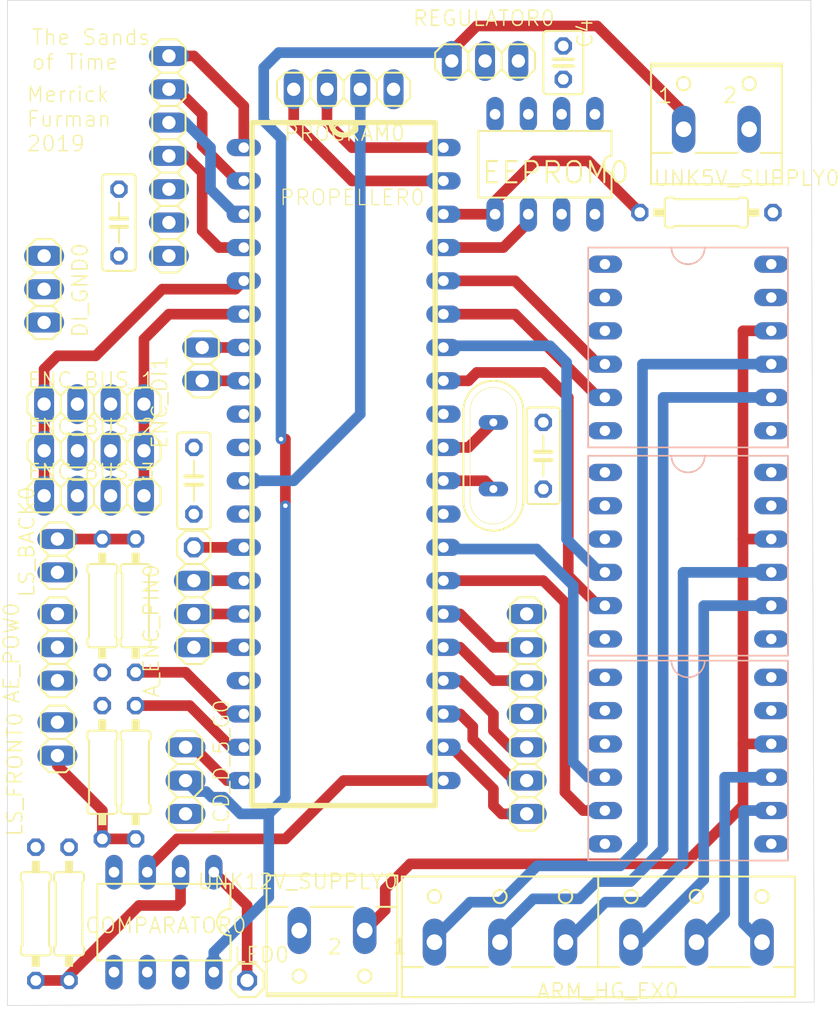
<source format=kicad_pcb>
(kicad_pcb (version 20221018) (generator pcbnew)
  (layers (0 "F.Cu" signal) (31 "B.Cu" signal) (34 "B.Paste" user) (35 "F.Paste" user) (36 "B.SilkS" user "B.Silkscreen") (37 "F.SilkS" user "F.Silkscreen") (38 "B.Mask" user) (39 "F.Mask" user) (44 "Edge.Cuts" user))
  (net 0 "")
  (net 1 "RTC_CS")
  (net 2 "RTC_SI")
  (net 3 "RTC_SO")
  (net 4 "RTC_CLK")
  (net 5 "GND")
  (net 6 "+3V3")
  (net 7 "ENC_CS")
  (net 8 "ENC_CLK")
  (net 9 "N$5")
  (net 10 "N$6")
  (net 11 "N$7")
  (net 12 "+5V")
  (net 13 "N$11")
  (net 14 "N$9")
  (net 15 "N$10")
  (net 16 "N$12")
  (net 17 "N$13")
  (net 18 "N$14")
  (net 19 "N$15")
  (net 20 "N$16")
  (net 21 "N$18")
  (net 22 "N$2")
  (net 23 "N$3")
  (net 24 "N$4")
  (net 25 "N$17")
  (net 26 "N$22")
  (net 27 "N$23")
  (net 28 "N$24")
  (net 29 "N$25")
  (net 30 "+12V")
  (net 31 "N$27")
  (net 32 "N$28")
  (net 33 "N$26")
  (net 34 "N$29")
  (net 35 "N$30")
  (net 36 "N$31")
  (net 37 "N$33")
  (net 38 "N$34")
  (net 39 "N$32")
  (net 40 "N$20")
  (net 41 "N$19")
  (net 42 "N$21")
  (net 43 "N$1")
  (net 44 "N$8")
  (net 45 "N$35")
  (net 46 "N$36")
  (net 47 "N$37")
  (net 48 "N$38")
  (footprint "1X02" (layer "F.Cu") (at 132.5726 94.4246 -90)
    (fp_text reference "ENC_DI1" (at -0.7112 3.2512 90) (layer "F.SilkS") (effects (font (size 1.1557 1.1557) (thickness 0.1143)) (justify right)))
    (fp_text value "")
    (pad "1" thru_hole oval (at -1.27 0) (size 3.048 1.524) (drill 1.016) (layers "*.Cu" "*.Mask") (net 43 "N$1"))
    (pad "2" thru_hole oval (at 1.27 0) (size 3.048 1.524) (drill 1.016) (layers "*.Cu" "*.Mask") (net 44 "N$8"))
  )
  (footprint "1X04" (layer "F.Cu") (at 124.3176 101.0286)
    (fp_text reference "ENC_BUS_2" (at -5.1562 -1.8288) (layer "F.SilkS") (effects (font (size 1.1557 1.1557) (thickness 0.1143)) (justify left)))
    (fp_text value "")
    (pad "1" thru_hole oval (at -3.81 0 90) (size 3.048 1.524) (drill 1.016) (layers "*.Cu" "*.Mask") (net 7 "ENC_CS"))
    (pad "2" thru_hole oval (at -1.27 0 90) (size 3.048 1.524) (drill 1.016) (layers "*.Cu" "*.Mask") (net 6 "+3V3"))
    (pad "3" thru_hole oval (at 1.27 0 90) (size 3.048 1.524) (drill 1.016) (layers "*.Cu" "*.Mask") (net 5 "GND"))
    (pad "4" thru_hole oval (at 3.81 0 90) (size 3.048 1.524) (drill 1.016) (layers "*.Cu" "*.Mask") (net 8 "ENC_CLK"))
  )
  (footprint "C050-025X075" (layer "F.Cu") (at 158.6076 101.4096 -90)
    (fp_text reference "C2" hide)
    (fp_text value "")
    (pad "1" thru_hole roundrect (at -2.54 0 270) (size 1.3208 1.3208) (drill 0.8128) (layers "*.Cu" "*.Mask") (chamfer_ratio 0.2928932188) (chamfer top_left top_right bottom_left bottom_right) (net 6 "+3V3"))
    (pad "2" thru_hole roundrect (at 2.54 0 270) (size 1.3208 1.3208) (drill 0.8128) (layers "*.Cu" "*.Mask") (chamfer_ratio 0.2928932188) (chamfer top_left top_right bottom_left bottom_right) (net 5 "GND"))
  )
  (footprint "C050-025X075" (layer "F.Cu") (at 126.2226 83.6296 -90)
    (fp_text reference "C1" hide)
    (fp_text value "0.1uF")
    (pad "1" thru_hole roundrect (at -2.54 0 270) (size 1.3208 1.3208) (drill 0.8128) (layers "*.Cu" "*.Mask") (chamfer_ratio 0.2928932188) (chamfer top_left top_right bottom_left bottom_right) (net 6 "+3V3"))
    (pad "2" thru_hole roundrect (at 2.54 0 270) (size 1.3208 1.3208) (drill 0.8128) (layers "*.Cu" "*.Mask") (chamfer_ratio 0.2928932188) (chamfer top_left top_right bottom_left bottom_right) (net 5 "GND"))
  )
  (footprint "0207_10" (layer "F.Cu") (at 124.9526 125.5396 -90)
    (fp_text reference "R3" hide)
    (fp_text value "10k")
    (pad "1" thru_hole roundrect (at -5.08 0 270) (size 1.3208 1.3208) (drill 0.8128) (layers "*.Cu" "*.Mask") (chamfer_ratio 0.2928932188) (chamfer top_left top_right bottom_left bottom_right) (net 5 "GND"))
    (pad "2" thru_hole roundrect (at 5.08 0 270) (size 1.3208 1.3208) (drill 0.8128) (layers "*.Cu" "*.Mask") (chamfer_ratio 0.2928932188) (chamfer top_left top_right bottom_left bottom_right) (net 31 "N$27"))
  )
  (footprint "0207_10" (layer "F.Cu") (at 124.9526 112.8396 90)
    (fp_text reference "R5" hide)
    (fp_text value "10k")
    (pad "1" thru_hole roundrect (at -5.08 0 90) (size 1.3208 1.3208) (drill 0.8128) (layers "*.Cu" "*.Mask") (chamfer_ratio 0.2928932188) (chamfer top_left top_right bottom_left bottom_right) (net 5 "GND"))
    (pad "2" thru_hole roundrect (at 5.08 0 90) (size 1.3208 1.3208) (drill 0.8128) (layers "*.Cu" "*.Mask") (chamfer_ratio 0.2928932188) (chamfer top_left top_right bottom_left bottom_right) (net 18 "N$14"))
  )
  (footprint "0207_10" (layer "F.Cu") (at 127.4926 125.5396 -90)
    (fp_text reference "R4" hide)
    (fp_text value "470")
    (pad "1" thru_hole roundrect (at -5.08 0 270) (size 1.3208 1.3208) (drill 0.8128) (layers "*.Cu" "*.Mask") (chamfer_ratio 0.2928932188) (chamfer top_left top_right bottom_left bottom_right) (net 17 "N$13"))
    (pad "2" thru_hole roundrect (at 5.08 0 270) (size 1.3208 1.3208) (drill 0.8128) (layers "*.Cu" "*.Mask") (chamfer_ratio 0.2928932188) (chamfer top_left top_right bottom_left bottom_right) (net 31 "N$27"))
  )
  (footprint "1X01" (layer "F.Cu") (at 136.0016 141.4146)
    (fp_text reference "LED0" (at -1.0922 -1.9558) (layer "F.SilkS") (effects (font (size 1.1557 1.1557) (thickness 0.1143)) (justify left)))
    (fp_text value "")
    (pad "1" thru_hole roundrect (at 0 0) (size 1.524 1.524) (drill 1.016) (layers "*.Cu" "*.Mask") (chamfer_ratio 0.2928932188) (chamfer top_left top_right bottom_left bottom_right) (net 14 "N$9"))
  )
  (footprint "0207_10" (layer "F.Cu") (at 127.4926 112.8396 90)
    (fp_text reference "R6" hide)
    (fp_text value "470")
    (pad "1" thru_hole roundrect (at -5.08 0 90) (size 1.3208 1.3208) (drill 0.8128) (layers "*.Cu" "*.Mask") (chamfer_ratio 0.2928932188) (chamfer top_left top_right bottom_left bottom_right) (net 19 "N$15"))
    (pad "2" thru_hole roundrect (at 5.08 0 90) (size 1.3208 1.3208) (drill 0.8128) (layers "*.Cu" "*.Mask") (chamfer_ratio 0.2928932188) (chamfer top_left top_right bottom_left bottom_right) (net 18 "N$14"))
  )
  (footprint "QS" (layer "F.Cu") (at 154.7976 101.4096 90)
    (fp_text reference "Q1" hide)
    (fp_text value "")
    (pad "1" thru_hole oval (at -2.54 0 180) (size 2.2352 1.1176) (drill 0.6096) (layers "*.Cu" "*.Mask") (net 16 "N$12"))
    (pad "2" thru_hole oval (at 2.54 0 180) (size 2.2352 1.1176) (drill 0.6096) (layers "*.Cu" "*.Mask") (net 15 "N$10"))
  )
  (footprint "C025-030X050" (layer "F.Cu") (at 160.1316 71.4376 -90)
    (fp_text reference "C4" (at -3.429 -1.651 90) (layer "F.SilkS") (effects (font (size 1.1557 1.1557) (thickness 0.1143)) (justify right)))
    (fp_text value "0.1uF")
    (pad "1" thru_hole roundrect (at -1.27 0 270) (size 1.3208 1.3208) (drill 0.8128) (layers "*.Cu" "*.Mask") (chamfer_ratio 0.2928932188) (chamfer top_left top_right bottom_left bottom_right) (net 6 "+3V3"))
    (pad "2" thru_hole roundrect (at 1.27 0 270) (size 1.3208 1.3208) (drill 0.8128) (layers "*.Cu" "*.Mask") (chamfer_ratio 0.2928932188) (chamfer top_left top_right bottom_left bottom_right) (net 5 "GND"))
  )
  (footprint "1X04" (layer "F.Cu") (at 143.3676 73.4696 180)
    (fp_text reference "PROGRAM0" (at -4.7752 -3.3528) (layer "F.SilkS") (effects (font (size 1.1557 1.1557) (thickness 0.1143)) (justify right)))
    (fp_text value "")
    (pad "1" thru_hole oval (at -3.81 0 270) (size 3.048 1.524) (drill 1.016) (layers "*.Cu" "*.Mask") (net 5 "GND"))
    (pad "2" thru_hole oval (at -1.27 0 270) (size 3.048 1.524) (drill 1.016) (layers "*.Cu" "*.Mask") (net 33 "N$26"))
    (pad "3" thru_hole oval (at 1.27 0 270) (size 3.048 1.524) (drill 1.016) (layers "*.Cu" "*.Mask") (net 41 "N$19"))
    (pad "4" thru_hole oval (at 3.81 0 270) (size 3.048 1.524) (drill 1.016) (layers "*.Cu" "*.Mask") (net 21 "N$18"))
  )
  (footprint "W237-102" (layer "F.Cu") (at 171.8156 75.2476)
    (fp_text reference "UNK5V_SUPPLY0" (at -4.8622 5.0038) (layer "F.SilkS") (effects (font (size 1.1557 1.1557) (thickness 0.1143)) (justify left)))
    (fp_text value "")
    (fp_text user "2" (at 0.421 -0.635) (layer "F.SilkS") (effects (font (size 1.143 1.143) (thickness 0.127)) (justify left bottom)))
    (fp_text user "1" (at -4.532 -0.635) (layer "F.SilkS") (effects (font (size 1.143 1.143) (thickness 0.127)) (justify left bottom)))
    (pad "1" thru_hole oval (at -2.5 1.27 90) (size 3.5814 1.7907) (drill 1.1938) (layers "*.Cu" "*.Mask") (net 12 "+5V"))
    (pad "2" thru_hole oval (at 2.5 1.27 90) (size 3.5814 1.7907) (drill 1.1938) (layers "*.Cu" "*.Mask") (net 5 "GND"))
  )
  (footprint "1X04" (layer "F.Cu") (at 124.3176 97.4726)
    (fp_text reference "ENC_BUS_1" (at -5.1562 -1.8288) (layer "F.SilkS") (effects (font (size 1.1557 1.1557) (thickness 0.1143)) (justify left)))
    (fp_text value "")
    (pad "1" thru_hole oval (at -3.81 0 90) (size 3.048 1.524) (drill 1.016) (layers "*.Cu" "*.Mask") (net 7 "ENC_CS"))
    (pad "2" thru_hole oval (at -1.27 0 90) (size 3.048 1.524) (drill 1.016) (layers "*.Cu" "*.Mask") (net 6 "+3V3"))
    (pad "3" thru_hole oval (at 1.27 0 90) (size 3.048 1.524) (drill 1.016) (layers "*.Cu" "*.Mask") (net 5 "GND"))
    (pad "4" thru_hole oval (at 3.81 0 90) (size 3.048 1.524) (drill 1.016) (layers "*.Cu" "*.Mask") (net 8 "ENC_CLK"))
  )
  (footprint "P8X32A-D40" (layer "F.Cu") (at 143.3676 101.4096)
    (fp_text reference "PROPELLER0" (at -4.953 -19.685) (layer "F.SilkS") (effects (font (size 1.176528 1.176528) (thickness 0.093472)) (justify left)))
    (fp_text value "P8X32A-D40" hide)
    (pad "1" thru_hole oval (at -7.62 -23.495) (size 2.616 1.308) (drill 0.8) (layers "*.Cu" "*.Mask") (net 1 "RTC_CS"))
    (pad "2" thru_hole oval (at -7.62 -20.955) (size 2.616 1.308) (drill 0.8) (layers "*.Cu" "*.Mask") (net 2 "RTC_SI"))
    (pad "3" thru_hole oval (at -7.62 -18.415) (size 2.616 1.308) (drill 0.8) (layers "*.Cu" "*.Mask") (net 3 "RTC_SO"))
    (pad "4" thru_hole oval (at -7.62 -15.875) (size 2.616 1.308) (drill 0.8) (layers "*.Cu" "*.Mask") (net 4 "RTC_CLK"))
    (pad "5" thru_hole oval (at -7.62 -13.335) (size 2.616 1.308) (drill 0.8) (layers "*.Cu" "*.Mask") (net 7 "ENC_CS"))
    (pad "6" thru_hole oval (at -7.62 -10.795) (size 2.616 1.308) (drill 0.8) (layers "*.Cu" "*.Mask") (net 8 "ENC_CLK"))
    (pad "7" thru_hole oval (at -7.62 -8.255) (size 2.616 1.308) (drill 0.8) (layers "*.Cu" "*.Mask") (net 43 "N$1"))
    (pad "8" thru_hole oval (at -7.62 -5.715) (size 2.616 1.308) (drill 0.8) (layers "*.Cu" "*.Mask") (net 44 "N$8"))
    (pad "9" thru_hole oval (at -7.62 -3.175) (size 2.616 1.308) (drill 0.8) (layers "*.Cu" "*.Mask") (net 5 "GND"))
    (pad "10" thru_hole oval (at -7.62 -0.635) (size 2.616 1.308) (drill 0.8) (layers "*.Cu" "*.Mask") (net 5 "GND"))
    (pad "11" thru_hole oval (at -7.62 1.905) (size 2.616 1.308) (drill 0.8) (layers "*.Cu" "*.Mask") (net 33 "N$26"))
    (pad "12" thru_hole oval (at -7.62 4.445) (size 2.616 1.308) (drill 0.8) (layers "*.Cu" "*.Mask") (net 6 "+3V3"))
    (pad "13" thru_hole oval (at -7.62 6.985) (size 2.616 1.308) (drill 0.8) (layers "*.Cu" "*.Mask") (net 45 "N$35"))
    (pad "14" thru_hole oval (at -7.62 9.525) (size 2.616 1.308) (drill 0.8) (layers "*.Cu" "*.Mask") (net 46 "N$36"))
    (pad "15" thru_hole oval (at -7.62 12.065) (size 2.616 1.308) (drill 0.8) (layers "*.Cu" "*.Mask") (net 47 "N$37"))
    (pad "16" thru_hole oval (at -7.62 14.605) (size 2.616 1.308) (drill 0.8) (layers "*.Cu" "*.Mask") (net 48 "N$38"))
    (pad "17" thru_hole oval (at -7.62 17.145) (size 2.616 1.308) (drill 0.8) (layers "*.Cu" "*.Mask"))
    (pad "18" thru_hole oval (at -7.62 19.685) (size 2.616 1.308) (drill 0.8) (layers "*.Cu" "*.Mask") (net 19 "N$15"))
    (pad "19" thru_hole oval (at -7.62 22.225) (size 2.616 1.308) (drill 0.8) (layers "*.Cu" "*.Mask") (net 17 "N$13"))
    (pad "20" thru_hole oval (at -7.62 24.765) (size 2.616 1.308) (drill 0.8) (layers "*.Cu" "*.Mask") (net 11 "N$7"))
    (pad "21" thru_hole oval (at 7.62 24.765) (size 2.616 1.308) (drill 0.8) (layers "*.Cu" "*.Mask") (net 42 "N$21"))
    (pad "22" thru_hole oval (at 7.62 22.225) (size 2.616 1.308) (drill 0.8) (layers "*.Cu" "*.Mask") (net 24 "N$4"))
    (pad "23" thru_hole oval (at 7.62 19.685) (size 2.616 1.308) (drill 0.8) (layers "*.Cu" "*.Mask") (net 23 "N$3"))
    (pad "24" thru_hole oval (at 7.62 17.145) (size 2.616 1.308) (drill 0.8) (layers "*.Cu" "*.Mask") (net 22 "N$2"))
    (pad "25" thru_hole oval (at 7.62 14.605) (size 2.616 1.308) (drill 0.8) (layers "*.Cu" "*.Mask") (net 9 "N$5"))
    (pad "26" thru_hole oval (at 7.62 12.065) (size 2.616 1.308) (drill 0.8) (layers "*.Cu" "*.Mask") (net 10 "N$6"))
    (pad "27" thru_hole oval (at 7.62 9.525) (size 2.616 1.308) (drill 0.8) (layers "*.Cu" "*.Mask") (net 25 "N$17"))
    (pad "28" thru_hole oval (at 7.62 6.985) (size 2.616 1.308) (drill 0.8) (layers "*.Cu" "*.Mask") (net 26 "N$22"))
    (pad "29" thru_hole oval (at 7.62 4.445) (size 2.616 1.308) (drill 0.8) (layers "*.Cu" "*.Mask") (net 5 "GND"))
    (pad "30" thru_hole oval (at 7.62 1.905) (size 2.616 1.308) (drill 0.8) (layers "*.Cu" "*.Mask") (net 16 "N$12"))
    (pad "31" thru_hole oval (at 7.62 -0.635) (size 2.616 1.308) (drill 0.8) (layers "*.Cu" "*.Mask") (net 15 "N$10"))
    (pad "32" thru_hole oval (at 7.62 -3.175) (size 2.616 1.308) (drill 0.8) (layers "*.Cu" "*.Mask") (net 6 "+3V3"))
    (pad "33" thru_hole oval (at 7.62 -5.715) (size 2.616 1.308) (drill 0.8) (layers "*.Cu" "*.Mask") (net 27 "N$23"))
    (pad "34" thru_hole oval (at 7.62 -8.255) (size 2.616 1.308) (drill 0.8) (layers "*.Cu" "*.Mask") (net 28 "N$24"))
    (pad "35" thru_hole oval (at 7.62 -10.795) (size 2.616 1.308) (drill 0.8) (layers "*.Cu" "*.Mask") (net 29 "N$25"))
    (pad "36" thru_hole oval (at 7.62 -13.335) (size 2.616 1.308) (drill 0.8) (layers "*.Cu" "*.Mask") (net 32 "N$28"))
    (pad "37" thru_hole oval (at 7.62 -15.875) (size 2.616 1.308) (drill 0.8) (layers "*.Cu" "*.Mask") (net 20 "N$16"))
    (pad "38" thru_hole oval (at 7.62 -18.415) (size 2.616 1.308) (drill 0.8) (layers "*.Cu" "*.Mask") (net 40 "N$20"))
    (pad "39" thru_hole oval (at 7.62 -20.955) (size 2.616 1.308) (drill 0.8) (layers "*.Cu" "*.Mask") (net 21 "N$18"))
    (pad "40" thru_hole oval (at 7.62 -23.495) (size 2.616 1.308) (drill 0.8) (layers "*.Cu" "*.Mask") (net 41 "N$19"))
  )
  (footprint "C050-025X075" (layer "F.Cu") (at 131.9376 103.3146 90)
    (fp_text reference "C3" hide)
    (fp_text value "")
    (pad "1" thru_hole roundrect (at -2.54 0 90) (size 1.3208 1.3208) (drill 0.8128) (layers "*.Cu" "*.Mask") (chamfer_ratio 0.2928932188) (chamfer top_left top_right bottom_left bottom_right) (net 6 "+3V3"))
    (pad "2" thru_hole roundrect (at 2.54 0 90) (size 1.3208 1.3208) (drill 0.8128) (layers "*.Cu" "*.Mask") (chamfer_ratio 0.2928932188) (chamfer top_left top_right bottom_left bottom_right) (net 5 "GND"))
  )
  (footprint "DIL8" (layer "F.Cu") (at 158.7346 79.1846 180)
    (fp_text reference "EEPROM0" (at 4.9022 -0.635) (layer "F.SilkS") (effects (font (size 1.61798 1.61798) (thickness 0.16002)) (justify left)))
    (fp_text value "24LC256P" hide)
    (pad "1" thru_hole oval (at -3.81 3.81 270) (size 2.6416 1.3208) (drill 0.8128) (layers "*.Cu" "*.Mask") (net 5 "GND"))
    (pad "2" thru_hole oval (at -1.27 3.81 270) (size 2.6416 1.3208) (drill 0.8128) (layers "*.Cu" "*.Mask") (net 5 "GND"))
    (pad "3" thru_hole oval (at 1.27 3.81 270) (size 2.6416 1.3208) (drill 0.8128) (layers "*.Cu" "*.Mask") (net 5 "GND"))
    (pad "4" thru_hole oval (at 3.81 3.81 270) (size 2.6416 1.3208) (drill 0.8128) (layers "*.Cu" "*.Mask") (net 5 "GND"))
    (pad "5" thru_hole oval (at 3.81 -3.81 270) (size 2.6416 1.3208) (drill 0.8128) (layers "*.Cu" "*.Mask") (net 40 "N$20"))
    (pad "6" thru_hole oval (at 1.27 -3.81 270) (size 2.6416 1.3208) (drill 0.8128) (layers "*.Cu" "*.Mask") (net 20 "N$16"))
    (pad "7" thru_hole oval (at -1.27 -3.81 270) (size 2.6416 1.3208) (drill 0.8128) (layers "*.Cu" "*.Mask") (net 5 "GND"))
    (pad "8" thru_hole oval (at -3.81 -3.81 270) (size 2.6416 1.3208) (drill 0.8128) (layers "*.Cu" "*.Mask") (net 6 "+3V3"))
  )
  (footprint "1X07" (layer "F.Cu") (at 157.3376 121.0946 -90)
    (fp_text reference "JS0" hide)
    (fp_text value "")
    (pad "1" thru_hole oval (at -7.62 0) (size 3.048 1.524) (drill 1.016) (layers "*.Cu" "*.Mask") (net 6 "+3V3"))
    (pad "2" thru_hole oval (at -5.08 0) (size 3.048 1.524) (drill 1.016) (layers "*.Cu" "*.Mask") (net 10 "N$6"))
    (pad "3" thru_hole oval (at -2.54 0) (size 3.048 1.524) (drill 1.016) (layers "*.Cu" "*.Mask") (net 9 "N$5"))
    (pad "4" thru_hole oval (at 0 0) (size 3.048 1.524) (drill 1.016) (layers "*.Cu" "*.Mask") (net 5 "GND"))
    (pad "5" thru_hole oval (at 2.54 0) (size 3.048 1.524) (drill 1.016) (layers "*.Cu" "*.Mask") (net 22 "N$2"))
    (pad "6" thru_hole oval (at 5.08 0) (size 3.048 1.524) (drill 1.016) (layers "*.Cu" "*.Mask") (net 23 "N$3"))
    (pad "7" thru_hole oval (at 7.62 0) (size 3.048 1.524) (drill 1.016) (layers "*.Cu" "*.Mask") (net 24 "N$4"))
  )
  (footprint "1X03" (layer "F.Cu") (at 131.3026 126.1746 90)
    (fp_text reference "LCD_D_5_G0" (at -4.2672 2.7432 90) (layer "F.SilkS") (effects (font (size 1.1557 1.1557) (thickness 0.1143)) (justify left)))
    (fp_text value "")
    (pad "1" thru_hole oval (at -2.54 0 180) (size 3.048 1.524) (drill 1.016) (layers "*.Cu" "*.Mask") (net 5 "GND"))
    (pad "2" thru_hole oval (at 0 0 180) (size 3.048 1.524) (drill 1.016) (layers "*.Cu" "*.Mask") (net 12 "+5V"))
    (pad "3" thru_hole oval (at 2.54 0 180) (size 3.048 1.524) (drill 1.016) (layers "*.Cu" "*.Mask") (net 11 "N$7"))
  )
  (footprint "1X03" (layer "F.Cu") (at 131.9376 113.4746 -90)
    (fp_text reference "A_ENC_PIN0" (at -3.8862 3.2512 90) (layer "F.SilkS") (effects (font (size 1.1557 1.1557) (thickness 0.1143)) (justify right)))
    (fp_text value "")
    (pad "1" thru_hole oval (at -2.54 0) (size 3.048 1.524) (drill 1.016) (layers "*.Cu" "*.Mask") (net 46 "N$36"))
    (pad "2" thru_hole oval (at 0 0) (size 3.048 1.524) (drill 1.016) (layers "*.Cu" "*.Mask") (net 47 "N$37"))
    (pad "3" thru_hole oval (at 2.54 0) (size 3.048 1.524) (drill 1.016) (layers "*.Cu" "*.Mask") (net 48 "N$38"))
  )
  (footprint "1X02" (layer "F.Cu") (at 121.5236 109.0296 90)
    (fp_text reference "LS_BACK0" (at -3.2512 -2.3368 90) (layer "F.SilkS") (effects (font (size 1.1557 1.1557) (thickness 0.1143)) (justify left)))
    (fp_text value "")
    (pad "1" thru_hole oval (at -1.27 0 180) (size 3.048 1.524) (drill 1.016) (layers "*.Cu" "*.Mask") (net 6 "+3V3"))
    (pad "2" thru_hole oval (at 1.27 0 180) (size 3.048 1.524) (drill 1.016) (layers "*.Cu" "*.Mask") (net 18 "N$14"))
  )
  (footprint "1X01" (layer "F.Cu") (at 131.9376 108.3946)
    (fp_text reference "JP3" hide)
    (fp_text value "")
    (pad "1" thru_hole roundrect (at 0 0) (size 1.524 1.524) (drill 1.016) (layers "*.Cu" "*.Mask") (chamfer_ratio 0.2928932188) (chamfer top_left top_right bottom_left bottom_right) (net 45 "N$35"))
  )
  (footprint "0207_10" (layer "F.Cu") (at 122.4126 136.3346 90)
    (fp_text reference "R1" hide)
    (fp_text value "300")
    (pad "1" thru_hole roundrect (at -5.08 0 90) (size 1.3208 1.3208) (drill 0.8128) (layers "*.Cu" "*.Mask") (chamfer_ratio 0.2928932188) (chamfer top_left top_right bottom_left bottom_right) (net 13 "N$11"))
    (pad "2" thru_hole roundrect (at 5.08 0 90) (size 1.3208 1.3208) (drill 0.8128) (layers "*.Cu" "*.Mask") (chamfer_ratio 0.2928932188) (chamfer top_left top_right bottom_left bottom_right) (net 6 "+3V3"))
  )
  (footprint "1X03" (layer "F.Cu") (at 121.5236 116.0146 -90)
    (fp_text reference "AE_POW0" (at -3.5052 3.5052 90) (layer "F.SilkS") (effects (font (size 1.1557 1.1557) (thickness 0.1143)) (justify right)))
    (fp_text value "")
    (pad "1" thru_hole oval (at -2.54 0) (size 3.048 1.524) (drill 1.016) (layers "*.Cu" "*.Mask") (net 6 "+3V3"))
    (pad "2" thru_hole oval (at 0 0) (size 3.048 1.524) (drill 1.016) (layers "*.Cu" "*.Mask") (net 5 "GND"))
    (pad "3" thru_hole oval (at 2.54 0) (size 3.048 1.524) (drill 1.016) (layers "*.Cu" "*.Mask") (net 5 "GND"))
  )
  (footprint "1X07" (layer "F.Cu") (at 130.0326 78.5496 -90)
    (fp_text reference "JP1" hide)
    (fp_text value "")
    (pad "1" thru_hole oval (at -7.62 0) (size 3.048 1.524) (drill 1.016) (layers "*.Cu" "*.Mask") (net 1 "RTC_CS"))
    (pad "2" thru_hole oval (at -5.08 0) (size 3.048 1.524) (drill 1.016) (layers "*.Cu" "*.Mask") (net 2 "RTC_SI"))
    (pad "3" thru_hole oval (at -2.54 0) (size 3.048 1.524) (drill 1.016) (layers "*.Cu" "*.Mask") (net 3 "RTC_SO"))
    (pad "4" thru_hole oval (at 0 0) (size 3.048 1.524) (drill 1.016) (layers "*.Cu" "*.Mask") (net 4 "RTC_CLK"))
    (pad "5" thru_hole oval (at 2.54 0) (size 3.048 1.524) (drill 1.016) (layers "*.Cu" "*.Mask"))
    (pad "6" thru_hole oval (at 5.08 0) (size 3.048 1.524) (drill 1.016) (layers "*.Cu" "*.Mask") (net 6 "+3V3"))
    (pad "7" thru_hole oval (at 7.62 0) (size 3.048 1.524) (drill 1.016) (layers "*.Cu" "*.Mask") (net 5 "GND"))
  )
  (footprint "1X03" (layer "F.Cu") (at 120.5076 88.7096 90)
    (fp_text reference "DI_GND0" (at -3.7592 2.7432 90) (layer "F.SilkS") (effects (font (size 1.1557 1.1557) (thickness 0.1143)) (justify left)))
    (fp_text value "")
    (pad "1" thru_hole oval (at -2.54 0 180) (size 3.048 1.524) (drill 1.016) (layers "*.Cu" "*.Mask") (net 5 "GND"))
    (pad "2" thru_hole oval (at 0 0 180) (size 3.048 1.524) (drill 1.016) (layers "*.Cu" "*.Mask") (net 5 "GND"))
    (pad "3" thru_hole oval (at 2.54 0 180) (size 3.048 1.524) (drill 1.016) (layers "*.Cu" "*.Mask") (net 5 "GND"))
  )
  (footprint "0207_10" (layer "F.Cu") (at 119.8726 136.3346 -90)
    (fp_text reference "R2" hide)
    (fp_text value "300")
    (pad "1" thru_hole roundrect (at -5.08 0 270) (size 1.3208 1.3208) (drill 0.8128) (layers "*.Cu" "*.Mask") (chamfer_ratio 0.2928932188) (chamfer top_left top_right bottom_left bottom_right) (net 5 "GND"))
    (pad "2" thru_hole roundrect (at 5.08 0 270) (size 1.3208 1.3208) (drill 0.8128) (layers "*.Cu" "*.Mask") (chamfer_ratio 0.2928932188) (chamfer top_left top_right bottom_left bottom_right) (net 13 "N$11"))
  )
  (footprint "W237-6" (layer "F.Cu") (at 162.7986 137.2236)
    (fp_text reference "ARM_HG_EX0" (at -4.753 5.0038) (layer "F.SilkS") (effects (font (size 1.1557 1.1557) (thickness 0.1143)) (justify left)))
    (fp_text value "")
    (pad "1" thru_hole oval (at -12.5 1.27 90) (size 3.5814 1.7907) (drill 1.1938) (layers "*.Cu" "*.Mask") (net 34 "N$29"))
    (pad "2" thru_hole oval (at -7.5 1.27 90) (size 3.5814 1.7907) (drill 1.1938) (layers "*.Cu" "*.Mask") (net 35 "N$30"))
    (pad "3" thru_hole oval (at -2.5 1.27 90) (size 3.5814 1.7907) (drill 1.1938) (layers "*.Cu" "*.Mask") (net 36 "N$31"))
    (pad "4" thru_hole oval (at 2.5 1.27 90) (size 3.5814 1.7907) (drill 1.1938) (layers "*.Cu" "*.Mask") (net 39 "N$32"))
    (pad "5" thru_hole oval (at 7.5 1.27 90) (size 3.5814 1.7907) (drill 1.1938) (layers "*.Cu" "*.Mask") (net 37 "N$33"))
    (pad "6" thru_hole oval (at 12.5 1.27 90) (size 3.5814 1.7907) (drill 1.1938) (layers "*.Cu" "*.Mask") (net 38 "N$34"))
  )
  (footprint "1X04" (layer "F.Cu") (at 124.3176 104.4576)
    (fp_text reference "ENC_BUS_3" (at -5.1562 -1.8288) (layer "F.SilkS") (effects (font (size 1.1557 1.1557) (thickness 0.1143)) (justify left)))
    (fp_text value "")
    (pad "1" thru_hole oval (at -3.81 0 90) (size 3.048 1.524) (drill 1.016) (layers "*.Cu" "*.Mask") (net 7 "ENC_CS"))
    (pad "2" thru_hole oval (at -1.27 0 90) (size 3.048 1.524) (drill 1.016) (layers "*.Cu" "*.Mask") (net 6 "+3V3"))
    (pad "3" thru_hole oval (at 1.27 0 90) (size 3.048 1.524) (drill 1.016) (layers "*.Cu" "*.Mask") (net 5 "GND"))
    (pad "4" thru_hole oval (at 3.81 0 90) (size 3.048 1.524) (drill 1.016) (layers "*.Cu" "*.Mask") (net 8 "ENC_CLK"))
  )
  (footprint "1X02" (layer "F.Cu") (at 121.5236 122.9996 -90)
    (fp_text reference "LS_FRONT0" (at -2.1082 3.2512 90) (layer "F.SilkS") (effects (font (size 1.1557 1.1557) (thickness 0.1143)) (justify right)))
    (fp_text value "")
    (pad "1" thru_hole oval (at -1.27 0) (size 3.048 1.524) (drill 1.016) (layers "*.Cu" "*.Mask") (net 6 "+3V3"))
    (pad "2" thru_hole oval (at 1.27 0) (size 3.048 1.524) (drill 1.016) (layers "*.Cu" "*.Mask") (net 31 "N$27"))
  )
  (footprint "DIL08" (layer "F.Cu") (at 129.6516 136.9696 180)
    (fp_text reference "COMPARATOR0" (at 6.096 -0.254) (layer "F.SilkS") (effects (font (size 1.1557 1.1557) (thickness 0.1143)) (justify left)))
    (fp_text value "MAX907CPA" hide)
    (pad "1" thru_hole oval (at -3.81 3.81 270) (size 2.6416 1.3208) (drill 0.8128) (layers "*.Cu" "*.Mask") (net 14 "N$9"))
    (pad "2" thru_hole oval (at -1.27 3.81 270) (size 2.6416 1.3208) (drill 0.8128) (layers "*.Cu" "*.Mask") (net 13 "N$11"))
    (pad "3" thru_hole oval (at 1.27 3.81 270) (size 2.6416 1.3208) (drill 0.8128) (layers "*.Cu" "*.Mask") (net 42 "N$21"))
    (pad "4" thru_hole oval (at 3.81 3.81 270) (size 2.6416 1.3208) (drill 0.8128) (layers "*.Cu" "*.Mask") (net 5 "GND"))
    (pad "5" thru_hole oval (at 3.81 -3.81 270) (size 2.6416 1.3208) (drill 0.8128) (layers "*.Cu" "*.Mask") (net 5 "GND"))
    (pad "6" thru_hole oval (at 1.27 -3.81 270) (size 2.6416 1.3208) (drill 0.8128) (layers "*.Cu" "*.Mask") (net 5 "GND"))
    (pad "7" thru_hole oval (at -1.27 -3.81 270) (size 2.6416 1.3208) (drill 0.8128) (layers "*.Cu" "*.Mask") (net 5 "GND"))
    (pad "8" thru_hole oval (at -3.81 -3.81 270) (size 2.6416 1.3208) (drill 0.8128) (layers "*.Cu" "*.Mask") (net 12 "+5V"))
  )
  (footprint "W237-102" (layer "F.Cu") (at 142.4786 138.8746 180)
    (fp_text reference "UNK12V_SUPPLY0" (at -5.1162 5.0038) (layer "F.SilkS") (effects (font (size 1.1557 1.1557) (thickness 0.1143)) (justify right)))
    (fp_text value "")
    (fp_text user "1" (at -4.532 -0.635 180) (layer "F.SilkS") (effects (font (size 1.143 1.143) (thickness 0.127)) (justify left bottom)))
    (fp_text user "2" (at 0.421 -0.635 180) (layer "F.SilkS") (effects (font (size 1.143 1.143) (thickness 0.127)) (justify left bottom)))
    (pad "1" thru_hole oval (at -2.5 1.27 270) (size 3.5814 1.7907) (drill 1.1938) (layers "*.Cu" "*.Mask") (net 30 "+12V"))
    (pad "2" thru_hole oval (at 2.5 1.27 270) (size 3.5814 1.7907) (drill 1.1938) (layers "*.Cu" "*.Mask") (net 5 "GND"))
  )
  (footprint "1X03" (layer "F.Cu") (at 154.1626 71.3106 180)
    (fp_text reference "REGULATOR0" (at -5.4102 3.2512) (layer "F.SilkS") (effects (font (size 1.1557 1.1557) (thickness 0.1143)) (justify right)))
    (fp_text value "")
    (pad "1" thru_hole oval (at -2.54 0 270) (size 3.048 1.524) (drill 1.016) (layers "*.Cu" "*.Mask") (net 6 "+3V3"))
    (pad "2" thru_hole oval (at 0 0 270) (size 3.048 1.524) (drill 1.016) (layers "*.Cu" "*.Mask") (net 5 "GND"))
    (pad "3" thru_hole oval (at 2.54 0 270) (size 3.048 1.524) (drill 1.016) (layers "*.Cu" "*.Mask") (net 12 "+5V"))
  )
  (footprint "0207_10" (layer "F.Cu") (at 171.0536 82.8676)
    (fp_text reference "R7" hide)
    (fp_text value "10k")
    (pad "1" thru_hole roundrect (at -5.08 0) (size 1.3208 1.3208) (drill 0.8128) (layers "*.Cu" "*.Mask") (chamfer_ratio 0.2928932188) (chamfer top_left top_right bottom_left bottom_right) (net 40 "N$20"))
    (pad "2" thru_hole roundrect (at 5.08 0) (size 1.3208 1.3208) (drill 0.8128) (layers "*.Cu" "*.Mask") (chamfer_ratio 0.2928932188) (chamfer top_left top_right bottom_left bottom_right) (net 6 "+3V3"))
  )
  (footprint "DRV" (layer "B.Cu") (at 177.2766 100.7746 180)
    (fp_text reference "EXTEND0" hide)
    (fp_text value "DRV" hide)
    (pad "P$1" thru_hole oval (at 1.27 1.27 180) (size 2.616 1.308) (drill 0.8) (layers "*.Cu" "*.Mask") (net 5 "GND"))
    (pad "P$2" thru_hole oval (at 1.27 3.81 180) (size 2.616 1.308) (drill 0.8) (layers "*.Cu" "*.Mask") (net 35 "N$30"))
    (pad "P$3" thru_hole oval (at 1.27 6.35 180) (size 2.616 1.308) (drill 0.8) (layers "*.Cu" "*.Mask") (net 34 "N$29"))
    (pad "P$4" thru_hole oval (at 1.27 8.89 180) (size 2.616 1.308) (drill 0.8) (layers "*.Cu" "*.Mask") (net 30 "+12V"))
    (pad "P$5" thru_hole oval (at 1.27 11.43 180) (size 2.616 1.308) (drill 0.8) (layers "*.Cu" "*.Mask") (net 5 "GND"))
    (pad "P$6" thru_hole oval (at 1.27 13.97 180) (size 2.616 1.308) (drill 0.8) (layers "*.Cu" "*.Mask") (net 5 "GND"))
    (pad "P$7" thru_hole oval (at 13.97 13.97 180) (size 2.616 1.308) (drill 0.8) (layers "*.Cu" "*.Mask") (net 6 "+3V3"))
    (pad "P$8" thru_hole oval (at 13.97 11.43 180) (size 2.616 1.308) (drill 0.8) (layers "*.Cu" "*.Mask") (net 5 "GND"))
    (pad "P$9" thru_hole oval (at 13.97 8.89 180) (size 2.616 1.308) (drill 0.8) (layers "*.Cu" "*.Mask") (net 5 "GND"))
    (pad "P$10" thru_hole oval (at 13.97 6.35 180) (size 2.616 1.308) (drill 0.8) (layers "*.Cu" "*.Mask") (net 32 "N$28"))
    (pad "P$11" thru_hole oval (at 13.97 3.81 180) (size 2.616 1.308) (drill 0.8) (layers "*.Cu" "*.Mask") (net 29 "N$25"))
    (pad "P$12" thru_hole oval (at 13.97 1.27 180) (size 2.616 1.308) (drill 0.8) (layers "*.Cu" "*.Mask") (net 5 "GND"))
  )
  (footprint "DRV" (layer "B.Cu") (at 177.2766 116.6496 180)
    (fp_text reference "HG0" hide)
    (fp_text value "DRV" hide)
    (pad "P$1" thru_hole oval (at 1.27 1.27 180) (size 2.616 1.308) (drill 0.8) (layers "*.Cu" "*.Mask") (net 5 "GND"))
    (pad "P$2" thru_hole oval (at 1.27 3.81 180) (size 2.616 1.308) (drill 0.8) (layers "*.Cu" "*.Mask") (net 39 "N$32"))
    (pad "P$3" thru_hole oval (at 1.27 6.35 180) (size 2.616 1.308) (drill 0.8) (layers "*.Cu" "*.Mask") (net 36 "N$31"))
    (pad "P$4" thru_hole oval (at 1.27 8.89 180) (size 2.616 1.308) (drill 0.8) (layers "*.Cu" "*.Mask") (net 30 "+12V"))
    (pad "P$5" thru_hole oval (at 1.27 11.43 180) (size 2.616 1.308) (drill 0.8) (layers "*.Cu" "*.Mask") (net 5 "GND"))
    (pad "P$6" thru_hole oval (at 1.27 13.97 180) (size 2.616 1.308) (drill 0.8) (layers "*.Cu" "*.Mask") (net 5 "GND"))
    (pad "P$7" thru_hole oval (at 13.97 13.97 180) (size 2.616 1.308) (drill 0.8) (layers "*.Cu" "*.Mask") (net 6 "+3V3"))
    (pad "P$8" thru_hole oval (at 13.97 11.43 180) (size 2.616 1.308) (drill 0.8) (layers "*.Cu" "*.Mask") (net 5 "GND"))
    (pad "P$9" thru_hole oval (at 13.97 8.89 180) (size 2.616 1.308) (drill 0.8) (layers "*.Cu" "*.Mask") (net 5 "GND"))
    (pad "P$10" thru_hole oval (at 13.97 6.35 180) (size 2.616 1.308) (drill 0.8) (layers "*.Cu" "*.Mask") (net 28 "N$24"))
    (pad "P$11" thru_hole oval (at 13.97 3.81 180) (size 2.616 1.308) (drill 0.8) (layers "*.Cu" "*.Mask") (net 27 "N$23"))
    (pad "P$12" thru_hole oval (at 13.97 1.27 180) (size 2.616 1.308) (drill 0.8) (layers "*.Cu" "*.Mask") (net 5 "GND"))
  )
  (footprint "DRV" (layer "B.Cu") (at 177.2766 132.2706 180)
    (fp_text reference "ARM0" hide)
    (fp_text value "DRV" hide)
    (pad "P$1" thru_hole oval (at 1.27 1.27 180) (size 2.616 1.308) (drill 0.8) (layers "*.Cu" "*.Mask") (net 5 "GND"))
    (pad "P$2" thru_hole oval (at 1.27 3.81 180) (size 2.616 1.308) (drill 0.8) (layers "*.Cu" "*.Mask") (net 38 "N$34"))
    (pad "P$3" thru_hole oval (at 1.27 6.35 180) (size 2.616 1.308) (drill 0.8) (layers "*.Cu" "*.Mask") (net 37 "N$33"))
    (pad "P$4" thru_hole oval (at 1.27 8.89 180) (size 2.616 1.308) (drill 0.8) (layers "*.Cu" "*.Mask") (net 30 "+12V"))
    (pad "P$5" thru_hole oval (at 1.27 11.43 180) (size 2.616 1.308) (drill 0.8) (layers "*.Cu" "*.Mask") (net 5 "GND"))
    (pad "P$6" thru_hole oval (at 1.27 13.97 180) (size 2.616 1.308) (drill 0.8) (layers "*.Cu" "*.Mask") (net 5 "GND"))
    (pad "P$7" thru_hole oval (at 13.97 13.97 180) (size 2.616 1.308) (drill 0.8) (layers "*.Cu" "*.Mask") (net 6 "+3V3"))
    (pad "P$8" thru_hole oval (at 13.97 11.43 180) (size 2.616 1.308) (drill 0.8) (layers "*.Cu" "*.Mask") (net 5 "GND"))
    (pad "P$9" thru_hole oval (at 13.97 8.89 180) (size 2.616 1.308) (drill 0.8) (layers "*.Cu" "*.Mask") (net 5 "GND"))
    (pad "P$10" thru_hole oval (at 13.97 6.35 180) (size 2.616 1.308) (drill 0.8) (layers "*.Cu" "*.Mask") (net 26 "N$22"))
    (pad "P$11" thru_hole oval (at 13.97 3.81 180) (size 2.616 1.308) (drill 0.8) (layers "*.Cu" "*.Mask") (net 25 "N$17"))
    (pad "P$12" thru_hole oval (at 13.97 1.27 180) (size 2.616 1.308) (drill 0.8) (layers "*.Cu" "*.Mask") (net 5 "GND"))
  )
  (gr_line (start 179.2886 143.0656) (end 179.0346 66.6876) (stroke (width 0.05)) (layer "Edge.Cuts"))
  (gr_line (start 117.7136 66.6876) (end 117.7136 143.3196) (stroke (width 0.05)) (layer "Edge.Cuts"))
  (gr_line (start 117.7136 143.3196) (end 179.2886 143.0656) (stroke (width 0.05)) (layer "Edge.Cuts"))
  (gr_line (start 179.0346 66.6876) (end 117.7136 66.6876) (stroke (width 0.05)) (layer "Edge.Cuts"))
  (gr_text "Merrick \nFurman\n2019" (at 119.1106 78.2956) (layer "F.SilkS") (effects (font (size 1.1684 1.1684) (thickness 0.1016)) (justify left bottom)))
  (gr_text "The Sands\nof Time" (at 119.4916 72.0726) (layer "F.SilkS") (effects (font (size 1.1684 1.1684) (thickness 0.1016)) (justify left bottom)))
  (segment (start 131.9376 70.9296) (end 135.7476 74.7396) (width 0.8128) (layer "F.Cu") (net 1))
  (segment (start 135.7476 74.7396) (end 135.7476 77.9146) (width 0.8128) (layer "F.Cu") (net 1))
  (segment (start 130.0326 70.9296) (end 131.9376 70.9296) (width 0.8128) (layer "F.Cu") (net 1))
  (segment (start 130.6676 73.4696) (end 130.0326 73.4696) (width 0.8128) (layer "F.Cu") (net 2))
  (segment (start 132.5726 77.7876) (end 132.5726 75.3746) (width 0.8128) (layer "F.Cu") (net 2))
  (segment (start 135.2396 80.4546) (end 132.5726 77.7876) (width 0.8128) (layer "F.Cu") (net 2))
  (segment (start 132.5726 75.3746) (end 130.6676 73.4696) (width 0.8128) (layer "F.Cu") (net 2))
  (segment (start 135.7476 80.4546) (end 135.2396 80.4546) (width 0.8128) (layer "F.Cu") (net 2))
  (segment (start 131.3026 76.0096) (end 133.2076 77.9146) (width 0.8128) (layer "B.Cu") (net 3))
  (segment (start 133.2076 81.0896) (end 135.1126 82.9946) (width 0.8128) (layer "B.Cu") (net 3))
  (segment (start 133.2076 77.9146) (end 133.2076 81.0896) (width 0.8128) (layer "B.Cu") (net 3))
  (segment (start 130.0326 76.0096) (end 131.3026 76.0096) (width 0.8128) (layer "B.Cu") (net 3))
  (segment (start 135.1126 82.9946) (end 135.7476 82.9946) (width 0.8128) (layer "B.Cu") (net 3))
  (segment (start 132.5726 79.8196) (end 132.5726 84.2646) (width 0.8128) (layer "F.Cu") (net 4))
  (segment (start 132.5726 84.2646) (end 133.8426 85.5346) (width 0.8128) (layer "F.Cu") (net 4))
  (segment (start 133.8426 85.5346) (end 135.7476 85.5346) (width 0.8128) (layer "F.Cu") (net 4))
  (segment (start 131.3026 78.5496) (end 132.5726 79.8196) (width 0.8128) (layer "F.Cu") (net 4))
  (segment (start 130.0326 78.5496) (end 131.3026 78.5496) (width 0.8128) (layer "F.Cu") (net 4))
  (segment (start 120.5076 97.4726) (end 120.5076 94.8056) (width 0.8128) (layer "F.Cu") (net 7))
  (segment (start 124.4446 93.7896) (end 129.5246 88.7096) (width 0.8128) (layer "F.Cu") (net 7))
  (segment (start 121.5236 93.7896) (end 124.4446 93.7896) (width 0.8128) (layer "F.Cu") (net 7))
  (segment (start 135.7476 88.0746) (end 135.1126 88.7096) (width 0.8128) (layer "F.Cu") (net 7))
  (segment (start 129.5246 88.7096) (end 135.1126 88.7096) (width 0.8128) (layer "F.Cu") (net 7))
  (segment (start 120.5076 94.8056) (end 121.5236 93.7896) (width 0.8128) (layer "F.Cu") (net 7))
  (segment (start 120.5076 101.0286) (end 120.5076 104.4576) (width 0.8128) (layer "F.Cu") (net 7))
  (segment (start 120.5076 97.4726) (end 120.5076 101.0286) (width 0.8128) (layer "F.Cu") (net 7))
  (segment (start 128.1276 92.5196) (end 128.1276 97.4726) (width 0.8128) (layer "F.Cu") (net 8))
  (segment (start 135.7476 90.6146) (end 130.0326 90.6146) (width 0.8128) (layer "F.Cu") (net 8))
  (segment (start 130.0326 90.6146) (end 128.1276 92.5196) (width 0.8128) (layer "F.Cu") (net 8))
  (segment (start 128.1276 97.4726) (end 128.1276 101.0286) (width 0.8128) (layer "F.Cu") (net 8))
  (segment (start 128.1276 101.0286) (end 128.1276 104.4576) (width 0.8128) (layer "F.Cu") (net 8))
  (segment (start 154.7976 118.5546) (end 157.3376 118.5546) (width 0.8128) (layer "F.Cu") (net 9))
  (segment (start 150.9876 116.0146) (end 152.2576 116.0146) (width 0.8128) (layer "F.Cu") (net 9))
  (segment (start 152.2576 116.0146) (end 154.7976 118.5546) (width 0.8128) (layer "F.Cu") (net 9))
  (segment (start 150.9876 113.4746) (end 152.2576 113.4746) (width 0.8128) (layer "F.Cu") (net 10))
  (segment (start 154.7976 116.0146) (end 157.3376 116.0146) (width 0.8128) (layer "F.Cu") (net 10))
  (segment (start 152.2576 113.4746) (end 154.7976 116.0146) (width 0.8128) (layer "F.Cu") (net 10))
  (segment (start 131.3026 123.6346) (end 131.9376 123.6346) (width 0.8128) (layer "F.Cu") (net 11))
  (segment (start 134.4776 126.1746) (end 135.7476 126.1746) (width 0.8128) (layer "F.Cu") (net 11))
  (segment (start 134.4776 126.1746) (end 131.9376 123.6346) (width 0.8128) (layer "F.Cu") (net 11))
  (segment (start 169.3156 75.2476) (end 162.7116 68.6436) (width 0.8128) (layer "F.Cu") (net 12))
  (segment (start 169.3156 76.5176) (end 169.3156 75.2476) (width 0.8128) (layer "F.Cu") (net 12))
  (segment (start 138.5896 100.1396) (end 138.9226 100.1396) (width 0.8128) (layer "F.Cu") (net 12))
  (segment (start 162.7116 68.6436) (end 153.5276 68.6436) (width 0.8128) (layer "F.Cu") (net 12))
  (segment (start 138.9226 100.1396) (end 138.9226 105.2196) (width 0.8128) (layer "F.Cu") (net 12))
  (segment (start 153.5276 68.6436) (end 151.6226 70.5486) (width 0.8128) (layer "F.Cu") (net 12))
  (segment (start 151.6226 71.3106) (end 151.6226 70.5486) (width 0.8128) (layer "F.Cu") (net 12))
  (via (at 138.9226 105.2196) (size 0.7564) (drill 0.35) (layers "F.Cu" "B.Cu") (net 12))
  (via (at 138.5896 100.1396) (size 0.7564) (drill 0.35) (layers "F.Cu" "B.Cu") (net 12))
  (segment (start 137.2716 75.8826) (end 138.5896 77.2006) (width 0.8128) (layer "B.Cu") (net 12))
  (segment (start 137.6526 135.0646) (end 133.4616 139.2556) (width 0.8128) (layer "B.Cu") (net 12))
  (segment (start 138.9226 105.2196) (end 138.9226 127.4446) (width 0.8128) (layer "B.Cu") (net 12))
  (segment (start 133.4616 139.2556) (end 133.4616 140.7796) (width 0.8128) (layer "B.Cu") (net 12))
  (segment (start 138.4146 70.6756) (end 137.2716 71.8186) (width 0.8128) (layer "B.Cu") (net 12))
  (segment (start 138.9226 127.4446) (end 137.6526 128.7146) (width 0.8128) (layer "B.Cu") (net 12))
  (segment (start 132.1408 127.0128) (end 132.865693 127.0128) (width 0.8128) (layer "B.Cu") (net 12))
  (segment (start 138.5896 77.2006) (end 138.5896 100.1396) (width 0.8128) (layer "B.Cu") (net 12))
  (segment (start 151.6226 71.3106) (end 150.9876 70.6756) (width 0.8128) (layer "B.Cu") (net 12))
  (segment (start 132.865693 127.0128) (end 133.297493 127.4446) (width 0.8128) (layer "B.Cu") (net 12))
  (segment (start 134.2236 127.4446) (end 135.4936 128.7146) (width 0.8128) (layer "B.Cu") (net 12))
  (segment (start 131.3026 126.1746) (end 132.1408 127.0128) (width 0.8128) (layer "B.Cu") (net 12))
  (segment (start 137.6526 128.7146) (end 137.6526 135.0646) (width 0.8128) (layer "B.Cu") (net 12))
  (segment (start 150.9876 70.6756) (end 138.4146 70.6756) (width 0.8128) (layer "B.Cu") (net 12))
  (segment (start 137.2716 71.8186) (end 137.2716 75.8826) (width 0.8128) (layer "B.Cu") (net 12))
  (segment (start 135.4936 128.7146) (end 137.6526 128.7146) (width 0.8128) (layer "B.Cu") (net 12))
  (segment (start 133.297493 127.4446) (end 134.2236 127.4446) (width 0.8128) (layer "B.Cu") (net 12))
  (segment (start 122.4126 141.4146) (end 122.4126 141.0336) (width 0.8128) (layer "F.Cu") (net 13))
  (segment (start 130.9216 135.4456) (end 130.9216 133.1596) (width 0.8128) (layer "F.Cu") (net 13))
  (segment (start 130.6676 135.6996) (end 130.9216 135.4456) (width 0.8128) (layer "F.Cu") (net 13))
  (segment (start 127.7466 135.6996) (end 130.6676 135.6996) (width 0.8128) (layer "F.Cu") (net 13))
  (segment (start 127.7466 135.6996) (end 122.4126 141.0336) (width 0.8128) (layer "F.Cu") (net 13))
  (segment (start 119.8726 141.4146) (end 122.4126 141.4146) (width 0.8128) (layer "F.Cu") (net 13))
  (segment (start 133.4616 133.1596) (end 136.0016 135.6996) (width 0.8128) (layer "F.Cu") (net 14))
  (segment (start 136.0016 135.6996) (end 136.0016 141.4146) (width 0.8128) (layer "F.Cu") (net 14))
  (segment (start 152.8926 100.7746) (end 150.9876 100.7746) (width 0.8128) (layer "F.Cu") (net 15))
  (segment (start 154.7976 98.8696) (end 152.8926 100.7746) (width 0.8128) (layer "F.Cu") (net 15))
  (segment (start 154.1626 103.3146) (end 150.9876 103.3146) (width 0.8128) (layer "F.Cu") (net 16))
  (segment (start 154.7976 103.9496) (end 154.1626 103.3146) (width 0.8128) (layer "F.Cu") (net 16))
  (segment (start 134.790493 123.6346) (end 131.615493 120.4596) (width 0.8128) (layer "F.Cu") (net 17))
  (segment (start 131.615493 120.4596) (end 127.4926 120.4596) (width 0.8128) (layer "F.Cu") (net 17))
  (segment (start 135.7476 123.6346) (end 134.790493 123.6346) (width 0.8128) (layer "F.Cu") (net 17))
  (segment (start 124.9526 107.7596) (end 127.4926 107.7596) (width 0.8128) (layer "F.Cu") (net 18))
  (segment (start 124.9526 107.7596) (end 121.5236 107.7596) (width 0.8128) (layer "F.Cu") (net 18))
  (segment (start 134.4776 121.0946) (end 135.7476 121.0946) (width 0.8128) (layer "F.Cu") (net 19))
  (segment (start 131.3026 117.9196) (end 134.4776 121.0946) (width 0.8128) (layer "F.Cu") (net 19))
  (segment (start 127.4926 117.9196) (end 131.3026 117.9196) (width 0.8128) (layer "F.Cu") (net 19))
  (segment (start 157.4646 83.6296) (end 155.5596 85.5346) (width 0.8128) (layer "F.Cu") (net 20))
  (segment (start 157.4646 82.9946) (end 157.4646 83.6296) (width 0.8128) (layer "F.Cu") (net 20))
  (segment (start 155.5596 85.5346) (end 150.9876 85.5346) (width 0.8128) (layer "F.Cu") (net 20))
  (segment (start 139.5576 73.4696) (end 139.5576 76.0096) (width 0.8128) (layer "F.Cu") (net 21))
  (segment (start 144.0026 80.4546) (end 150.9876 80.4546) (width 0.8128) (layer "F.Cu") (net 21))
  (segment (start 139.5576 76.0096) (end 144.0026 80.4546) (width 0.8128) (layer "F.Cu") (net 21))
  (segment (start 154.7976 121.0946) (end 152.2576 118.5546) (width 0.8128) (layer "F.Cu") (net 22))
  (segment (start 152.2576 118.5546) (end 150.9876 118.5546) (width 0.8128) (layer "F.Cu") (net 22))
  (segment (start 157.3376 123.6346) (end 156.0676 123.6346) (width 0.8128) (layer "F.Cu") (net 22))
  (segment (start 154.7976 122.3646) (end 154.7976 121.0946) (width 0.8128) (layer "F.Cu") (net 22))
  (segment (start 156.0676 123.6346) (end 154.7976 122.3646) (width 0.8128) (layer "F.Cu") (net 22))
  (segment (start 150.9876 121.0946) (end 152.2576 121.0946) (width 0.8128) (layer "F.Cu") (net 23))
  (segment (start 153.2228 123.016907) (end 156.380493 126.1746) (width 0.8128) (layer "F.Cu") (net 23))
  (segment (start 153.2228 122.0598) (end 153.2228 123.016907) (width 0.8128) (layer "F.Cu") (net 23))
  (segment (start 152.2576 121.0946) (end 153.2228 122.0598) (width 0.8128) (layer "F.Cu") (net 23))
  (segment (start 156.380493 126.1746) (end 157.3376 126.1746) (width 0.8128) (layer "F.Cu") (net 23))
  (segment (start 154.7976 128.0796) (end 154.7976 126.818813) (width 0.8128) (layer "F.Cu") (net 24))
  (segment (start 155.4326 128.7146) (end 154.7976 128.0796) (width 0.8128) (layer "F.Cu") (net 24))
  (segment (start 154.7976 126.818813) (end 151.613387 123.6346) (width 0.8128) (layer "F.Cu") (net 24))
  (segment (start 151.613387 123.6346) (end 150.9876 123.6346) (width 0.8128) (layer "F.Cu") (net 24))
  (segment (start 157.3376 128.7146) (end 155.4326 128.7146) (width 0.8128) (layer "F.Cu") (net 24))
  (segment (start 163.3066 128.4606) (end 161.6556 128.4606) (width 0.8128) (layer "F.Cu") (net 25))
  (segment (start 160.2586 112.5856) (end 160.2586 127.0636) (width 0.8128) (layer "F.Cu") (net 25))
  (segment (start 150.9876 110.9346) (end 158.6076 110.9346) (width 0.8128) (layer "F.Cu") (net 25))
  (segment (start 161.6556 128.4606) (end 160.2586 127.0636) (width 0.8128) (layer "F.Cu") (net 25))
  (segment (start 158.6076 110.9346) (end 160.2586 112.5856) (width 0.8128) (layer "F.Cu") (net 25))
  (segment (start 158.0996 108.5216) (end 160.8936 111.3156) (width 0.8128) (layer "B.Cu") (net 26))
  (segment (start 151.1146 108.5216) (end 158.0996 108.5216) (width 0.8128) (layer "B.Cu") (net 26))
  (segment (start 162.0366 125.9206) (end 160.8936 124.7776) (width 0.8128) (layer "B.Cu") (net 26))
  (segment (start 150.9876 108.3946) (end 151.1146 108.5216) (width 0.8128) (layer "B.Cu") (net 26))
  (segment (start 160.8936 111.3156) (end 160.8936 124.7776) (width 0.8128) (layer "B.Cu") (net 26))
  (segment (start 163.3066 125.9206) (end 162.0366 125.9206) (width 0.8128) (layer "B.Cu") (net 26))
  (segment (start 158.6076 95.0596) (end 153.5276 95.0596) (width 0.8128) (layer "F.Cu") (net 27))
  (segment (start 160.5126 110.5536) (end 160.5126 96.9646) (width 0.8128) (layer "F.Cu") (net 27))
  (segment (start 162.7986 112.8396) (end 160.5126 110.5536) (width 0.8128) (layer "F.Cu") (net 27))
  (segment (start 153.5276 95.0596) (end 152.8926 95.6946) (width 0.8128) (layer "F.Cu") (net 27))
  (segment (start 160.5126 96.9646) (end 158.6076 95.0596) (width 0.8128) (layer "F.Cu") (net 27))
  (segment (start 152.8926 95.6946) (end 150.9876 95.6946) (width 0.8128) (layer "F.Cu") (net 27))
  (segment (start 163.3066 112.8396) (end 162.7986 112.8396) (width 0.8128) (layer "F.Cu") (net 27))
  (segment (start 162.9256 110.2996) (end 160.3856 107.7596) (width 0.8128) (layer "B.Cu") (net 28))
  (segment (start 150.9876 93.1546) (end 151.1146 93.0276) (width 0.8128) (layer "B.Cu") (net 28))
  (segment (start 162.9256 110.2996) (end 163.3066 110.2996) (width 0.8128) (layer "B.Cu") (net 28))
  (segment (start 151.1146 93.0276) (end 159.1156 93.0276) (width 0.8128) (layer "B.Cu") (net 28))
  (segment (start 159.1156 93.0276) (end 160.3856 94.2976) (width 0.8128) (layer "B.Cu") (net 28))
  (segment (start 160.3856 94.2976) (end 160.3856 107.7596) (width 0.8128) (layer "B.Cu") (net 28))
  (segment (start 162.7986 96.9646) (end 156.4486 90.6146) (width 0.8128) (layer "F.Cu") (net 29))
  (segment (start 163.3066 96.9646) (end 162.7986 96.9646) (width 0.8128) (layer "F.Cu") (net 29))
  (segment (start 156.4486 90.6146) (end 150.9876 90.6146) (width 0.8128) (layer "F.Cu") (net 29))
  (segment (start 169.4026 132.5246) (end 173.8476 128.0796) (width 0.8128) (layer "F.Cu") (net 30))
  (segment (start 146.5426 134.4296) (end 148.4476 132.5246) (width 0.8128) (layer "F.Cu") (net 30))
  (segment (start 173.8476 107.7596) (end 176.0066 107.7596) (width 0.8128) (layer "F.Cu") (net 30))
  (segment (start 173.8476 128.0796) (end 173.8476 123.3806) (width 0.8128) (layer "F.Cu") (net 30))
  (segment (start 146.5426 136.0406) (end 146.5426 134.4296) (width 0.8128) (layer "F.Cu") (net 30))
  (segment (start 144.9786 137.6046) (end 146.5426 136.0406) (width 0.8128) (layer "F.Cu") (net 30))
  (segment (start 148.4476 132.5246) (end 169.4026 132.5246) (width 0.8128) (layer "F.Cu") (net 30))
  (segment (start 173.8476 123.3806) (end 173.8476 107.7596) (width 0.8128) (layer "F.Cu") (net 30))
  (segment (start 173.8476 91.8846) (end 176.0066 91.8846) (width 0.8128) (layer "F.Cu") (net 30))
  (segment (start 173.8476 123.3806) (end 176.0066 123.3806) (width 0.8128) (layer "F.Cu") (net 30))
  (segment (start 173.8476 107.7596) (end 173.8476 91.8846) (width 0.8128) (layer "F.Cu") (net 30))
  (segment (start 124.9526 130.6196) (end 127.4926 130.6196) (width 0.8128) (layer "F.Cu") (net 31))
  (segment (start 121.5236 124.2696) (end 121.5236 125.0316) (width 0.8128) (layer "F.Cu") (net 31))
  (segment (start 124.9526 128.4606) (end 121.5236 125.0316) (width 0.8128) (layer "F.Cu") (net 31))
  (segment (start 124.9526 128.4606) (end 124.9526 130.6196) (width 0.8128) (layer "F.Cu") (net 31))
  (segment (start 163.3066 94.4246) (end 162.7986 94.4246) (width 0.8128) (layer "F.Cu") (net 32))
  (segment (start 162.7986 94.4246) (end 156.4486 88.0746) (width 0.8128) (layer "F.Cu") (net 32))
  (segment (start 156.4486 88.0746) (end 150.9876 88.0746) (width 0.8128) (layer "F.Cu") (net 32))
  (segment (start 144.6376 73.4696) (end 144.6376 98.2346) (width 0.8128) (layer "B.Cu") (net 33))
  (segment (start 139.5576 103.3146) (end 135.7476 103.3146) (width 0.8128) (layer "B.Cu") (net 33))
  (segment (start 144.6376 98.2346) (end 139.5576 103.3146) (width 0.8128) (layer "B.Cu") (net 33))
  (segment (start 158.133093 132.677) (end 155.364493 135.4456) (width 0.8128) (layer "B.Cu") (net 34))
  (segment (start 166.1768 130.983294) (end 164.483093 132.677) (width 0.8128) (layer "B.Cu") (net 34))
  (segment (start 166.1768 94.4246) (end 166.1768 130.983294) (width 0.8128) (layer "B.Cu") (net 34))
  (segment (start 164.483093 132.677) (end 158.133093 132.677) (width 0.8128) (layer "B.Cu") (net 34))
  (segment (start 155.364493 135.4456) (end 153.0196 135.4456) (width 0.8128) (layer "B.Cu") (net 34))
  (segment (start 150.2986 138.1666) (end 150.2986 138.4936) (width 0.8128) (layer "B.Cu") (net 34))
  (segment (start 153.0196 135.4456) (end 150.2986 138.1666) (width 0.8128) (layer "B.Cu") (net 34))
  (segment (start 176.0066 94.4246) (end 166.1768 94.4246) (width 0.8128) (layer "B.Cu") (net 34))
  (segment (start 155.2986 137.7386) (end 155.2986 138.4936) (width 0.8128) (layer "B.Cu") (net 35))
  (segment (start 165.2624 133.8708) (end 162.694293 133.8708) (width 0.8128) (layer "B.Cu") (net 35))
  (segment (start 157.8456 135.1916) (end 155.2986 137.7386) (width 0.8128) (layer "B.Cu") (net 35))
  (segment (start 161.373493 135.1916) (end 157.8456 135.1916) (width 0.8128) (layer "B.Cu") (net 35))
  (segment (start 167.7516 96.9646) (end 167.7516 131.3816) (width 0.8128) (layer "B.Cu") (net 35))
  (segment (start 162.694293 133.8708) (end 161.373493 135.1916) (width 0.8128) (layer "B.Cu") (net 35))
  (segment (start 176.0066 96.9646) (end 167.7516 96.9646) (width 0.8128) (layer "B.Cu") (net 35))
  (segment (start 167.7516 131.3816) (end 165.2624 133.8708) (width 0.8128) (layer "B.Cu") (net 35))
  (segment (start 166.2276 135.4456) (end 169.2756 132.3976) (width 0.8128) (layer "B.Cu") (net 36))
  (segment (start 169.2756 132.3976) (end 169.2756 110.2996) (width 0.8128) (layer "B.Cu") (net 36))
  (segment (start 169.2756 110.2996) (end 176.0066 110.2996) (width 0.8128) (layer "B.Cu") (net 36))
  (segment (start 160.2986 138.4936) (end 163.3466 135.4456) (width 0.8128) (layer "B.Cu") (net 36))
  (segment (start 163.3466 135.4456) (end 166.2276 135.4456) (width 0.8128) (layer "B.Cu") (net 36))
  (segment (start 170.2986 138.4936) (end 172.4506 136.3416) (width 0.8128) (layer "B.Cu") (net 37))
  (segment (start 172.4506 125.9206) (end 176.0066 125.9206) (width 0.8128) (layer "B.Cu") (net 37))
  (segment (start 172.4506 136.3416) (end 172.4506 125.9206) (width 0.8128) (layer "B.Cu") (net 37))
  (segment (start 173.8984 137.0934) (end 175.2986 138.4936) (width 0.8128) (layer "B.Cu") (net 38))
  (segment (start 173.8984 128.4606) (end 173.8984 137.0934) (width 0.8128) (layer "B.Cu") (net 38))
  (segment (start 176.0066 128.4606) (end 173.8984 128.4606) (width 0.8128) (layer "B.Cu") (net 38))
  (segment (start 176.0066 112.8396) (end 170.8504 112.8396) (width 0.8128) (layer "B.Cu") (net 39))
  (segment (start 170.8504 133.7438) (end 166.1006 138.4936) (width 0.8128) (layer "B.Cu") (net 39))
  (segment (start 170.8504 112.8396) (end 170.8504 133.7438) (width 0.8128) (layer "B.Cu") (net 39))
  (segment (start 165.2986 138.4936) (end 166.1006 138.4936) (width 0.8128) (layer "B.Cu") (net 39))
  (segment (start 162.0366 78.9306) (end 157.9726 78.9306) (width 0.8128) (layer "F.Cu") (net 40))
  (segment (start 165.9736 82.8676) (end 162.0366 78.9306) (width 0.8128) (layer "F.Cu") (net 40))
  (segment (start 157.9726 78.9306) (end 154.9246 81.9786) (width 0.8128) (layer "F.Cu") (net 40))
  (segment (start 154.9246 81.9786) (end 154.9246 82.9946) (width 0.8128) (layer "F.Cu") (net 40))
  (segment (start 154.9246 82.9946) (end 150.9876 82.9946) (width 0.8128) (layer "F.Cu") (net 40))
  (segment (start 142.0976 76.0096) (end 144.0026 77.9146) (width 0.8128) (layer "F.Cu") (net 41))
  (segment (start 142.0976 73.4696) (end 142.0976 76.0096) (width 0.8128) (layer "F.Cu") (net 41))
  (segment (start 144.0026 77.9146) (end 150.9876 77.9146) (width 0.8128) (layer "F.Cu") (net 41))
  (segment (start 138.9226 130.6196) (end 143.3676 126.1746) (width 0.8128) (layer "F.Cu") (net 42))
  (segment (start 143.3676 126.1746) (end 150.9876 126.1746) (width 0.8128) (layer "F.Cu") (net 42))
  (segment (start 130.6676 130.6196) (end 138.9226 130.6196) (width 0.8128) (layer "F.Cu") (net 42))
  (segment (start 128.3816 132.9056) (end 130.6676 130.6196) (width 0.8128) (layer "F.Cu") (net 42))
  (segment (start 128.3816 133.1596) (end 128.3816 132.9056) (width 0.8128) (layer "F.Cu") (net 42))
  (segment (start 132.5726 93.1546) (end 135.7476 93.1546) (width 0.8128) (layer "F.Cu") (net 43))
  (segment (start 135.7476 95.6946) (end 132.5726 95.6946) (width 0.8128) (layer "F.Cu") (net 44))
  (segment (start 131.9376 108.3946) (end 135.7476 108.3946) (width 0.8128) (layer "F.Cu") (net 45))
  (segment (start 131.9376 110.9346) (end 135.7476 110.9346) (width 0.8128) (layer "F.Cu") (net 46))
  (segment (start 131.9376 113.4746) (end 135.7476 113.4746) (width 0.8128) (layer "F.Cu") (net 47))
  (segment (start 131.9376 116.0146) (end 135.7476 116.0146) (width 0.8128) (layer "F.Cu") (net 48))
)
</source>
